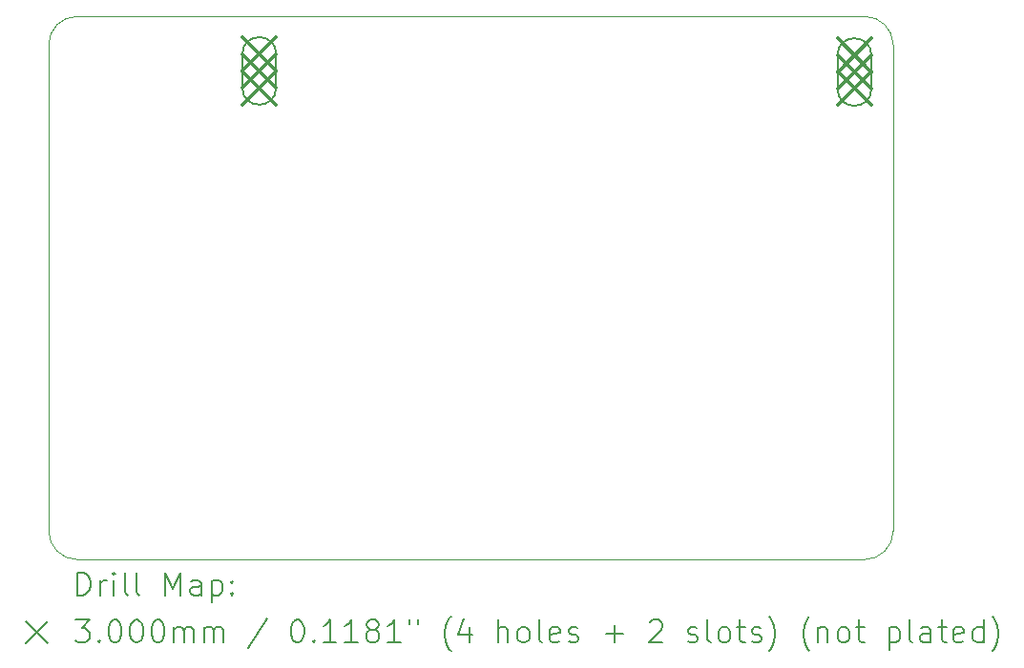
<source format=gbr>
%TF.GenerationSoftware,KiCad,Pcbnew,7.0.8*%
%TF.CreationDate,2023-10-25T20:50:11+02:00*%
%TF.ProjectId,SCART_syncSplitter,53434152-545f-4737-996e-6353706c6974,rev?*%
%TF.SameCoordinates,Original*%
%TF.FileFunction,Drillmap*%
%TF.FilePolarity,Positive*%
%FSLAX45Y45*%
G04 Gerber Fmt 4.5, Leading zero omitted, Abs format (unit mm)*
G04 Created by KiCad (PCBNEW 7.0.8) date 2023-10-25 20:50:11*
%MOMM*%
%LPD*%
G01*
G04 APERTURE LIST*
%ADD10C,0.100000*%
%ADD11C,0.200000*%
%ADD12C,0.300000*%
G04 APERTURE END LIST*
D10*
X12446000Y-2159000D02*
G75*
G03*
X12192000Y-1905000I-254000J0D01*
G01*
X12192000Y-6731000D02*
G75*
G03*
X12446000Y-6477000I0J254000D01*
G01*
X5207000Y-6731000D02*
X12192000Y-6731000D01*
X4953000Y-6477000D02*
G75*
G03*
X5207000Y-6731000I254000J0D01*
G01*
X12192000Y-1905000D02*
X5207000Y-1905000D01*
X12446000Y-6477000D02*
X12446000Y-2159000D01*
X4953000Y-2159000D02*
X4953000Y-6477000D01*
X5207000Y-1905000D02*
G75*
G03*
X4953000Y-2159000I0J-254000D01*
G01*
D11*
D12*
X6671500Y-2090000D02*
X6971500Y-2390000D01*
X6971500Y-2090000D02*
X6671500Y-2390000D01*
X6671500Y-2240000D02*
X6971500Y-2540000D01*
X6971500Y-2240000D02*
X6671500Y-2540000D01*
D11*
X6671500Y-2240000D02*
X6671500Y-2540000D01*
X6671500Y-2540000D02*
G75*
G03*
X6971500Y-2540000I150000J0D01*
G01*
X6971500Y-2540000D02*
X6971500Y-2240000D01*
X6971500Y-2240000D02*
G75*
G03*
X6671500Y-2240000I-150000J0D01*
G01*
D12*
X6671500Y-2395000D02*
X6971500Y-2695000D01*
X6971500Y-2395000D02*
X6671500Y-2695000D01*
X11951500Y-2100000D02*
X12251500Y-2400000D01*
X12251500Y-2100000D02*
X11951500Y-2400000D01*
X11951500Y-2250000D02*
X12251500Y-2550000D01*
X12251500Y-2250000D02*
X11951500Y-2550000D01*
D11*
X11951500Y-2250000D02*
X11951500Y-2550000D01*
X11951500Y-2550000D02*
G75*
G03*
X12251500Y-2550000I150000J0D01*
G01*
X12251500Y-2550000D02*
X12251500Y-2250000D01*
X12251500Y-2250000D02*
G75*
G03*
X11951500Y-2250000I-150000J0D01*
G01*
D12*
X11951500Y-2395000D02*
X12251500Y-2695000D01*
X12251500Y-2395000D02*
X11951500Y-2695000D01*
D11*
X5208777Y-7047484D02*
X5208777Y-6847484D01*
X5208777Y-6847484D02*
X5256396Y-6847484D01*
X5256396Y-6847484D02*
X5284967Y-6857008D01*
X5284967Y-6857008D02*
X5304015Y-6876055D01*
X5304015Y-6876055D02*
X5313539Y-6895103D01*
X5313539Y-6895103D02*
X5323063Y-6933198D01*
X5323063Y-6933198D02*
X5323063Y-6961769D01*
X5323063Y-6961769D02*
X5313539Y-6999865D01*
X5313539Y-6999865D02*
X5304015Y-7018912D01*
X5304015Y-7018912D02*
X5284967Y-7037960D01*
X5284967Y-7037960D02*
X5256396Y-7047484D01*
X5256396Y-7047484D02*
X5208777Y-7047484D01*
X5408777Y-7047484D02*
X5408777Y-6914150D01*
X5408777Y-6952246D02*
X5418301Y-6933198D01*
X5418301Y-6933198D02*
X5427824Y-6923674D01*
X5427824Y-6923674D02*
X5446872Y-6914150D01*
X5446872Y-6914150D02*
X5465920Y-6914150D01*
X5532586Y-7047484D02*
X5532586Y-6914150D01*
X5532586Y-6847484D02*
X5523063Y-6857008D01*
X5523063Y-6857008D02*
X5532586Y-6866531D01*
X5532586Y-6866531D02*
X5542110Y-6857008D01*
X5542110Y-6857008D02*
X5532586Y-6847484D01*
X5532586Y-6847484D02*
X5532586Y-6866531D01*
X5656396Y-7047484D02*
X5637348Y-7037960D01*
X5637348Y-7037960D02*
X5627824Y-7018912D01*
X5627824Y-7018912D02*
X5627824Y-6847484D01*
X5761158Y-7047484D02*
X5742110Y-7037960D01*
X5742110Y-7037960D02*
X5732586Y-7018912D01*
X5732586Y-7018912D02*
X5732586Y-6847484D01*
X5989729Y-7047484D02*
X5989729Y-6847484D01*
X5989729Y-6847484D02*
X6056396Y-6990341D01*
X6056396Y-6990341D02*
X6123062Y-6847484D01*
X6123062Y-6847484D02*
X6123062Y-7047484D01*
X6304015Y-7047484D02*
X6304015Y-6942722D01*
X6304015Y-6942722D02*
X6294491Y-6923674D01*
X6294491Y-6923674D02*
X6275443Y-6914150D01*
X6275443Y-6914150D02*
X6237348Y-6914150D01*
X6237348Y-6914150D02*
X6218301Y-6923674D01*
X6304015Y-7037960D02*
X6284967Y-7047484D01*
X6284967Y-7047484D02*
X6237348Y-7047484D01*
X6237348Y-7047484D02*
X6218301Y-7037960D01*
X6218301Y-7037960D02*
X6208777Y-7018912D01*
X6208777Y-7018912D02*
X6208777Y-6999865D01*
X6208777Y-6999865D02*
X6218301Y-6980817D01*
X6218301Y-6980817D02*
X6237348Y-6971293D01*
X6237348Y-6971293D02*
X6284967Y-6971293D01*
X6284967Y-6971293D02*
X6304015Y-6961769D01*
X6399253Y-6914150D02*
X6399253Y-7114150D01*
X6399253Y-6923674D02*
X6418301Y-6914150D01*
X6418301Y-6914150D02*
X6456396Y-6914150D01*
X6456396Y-6914150D02*
X6475443Y-6923674D01*
X6475443Y-6923674D02*
X6484967Y-6933198D01*
X6484967Y-6933198D02*
X6494491Y-6952246D01*
X6494491Y-6952246D02*
X6494491Y-7009388D01*
X6494491Y-7009388D02*
X6484967Y-7028436D01*
X6484967Y-7028436D02*
X6475443Y-7037960D01*
X6475443Y-7037960D02*
X6456396Y-7047484D01*
X6456396Y-7047484D02*
X6418301Y-7047484D01*
X6418301Y-7047484D02*
X6399253Y-7037960D01*
X6580205Y-7028436D02*
X6589729Y-7037960D01*
X6589729Y-7037960D02*
X6580205Y-7047484D01*
X6580205Y-7047484D02*
X6570682Y-7037960D01*
X6570682Y-7037960D02*
X6580205Y-7028436D01*
X6580205Y-7028436D02*
X6580205Y-7047484D01*
X6580205Y-6923674D02*
X6589729Y-6933198D01*
X6589729Y-6933198D02*
X6580205Y-6942722D01*
X6580205Y-6942722D02*
X6570682Y-6933198D01*
X6570682Y-6933198D02*
X6580205Y-6923674D01*
X6580205Y-6923674D02*
X6580205Y-6942722D01*
X4748000Y-7276000D02*
X4948000Y-7476000D01*
X4948000Y-7276000D02*
X4748000Y-7476000D01*
X5189729Y-7267484D02*
X5313539Y-7267484D01*
X5313539Y-7267484D02*
X5246872Y-7343674D01*
X5246872Y-7343674D02*
X5275444Y-7343674D01*
X5275444Y-7343674D02*
X5294491Y-7353198D01*
X5294491Y-7353198D02*
X5304015Y-7362722D01*
X5304015Y-7362722D02*
X5313539Y-7381769D01*
X5313539Y-7381769D02*
X5313539Y-7429388D01*
X5313539Y-7429388D02*
X5304015Y-7448436D01*
X5304015Y-7448436D02*
X5294491Y-7457960D01*
X5294491Y-7457960D02*
X5275444Y-7467484D01*
X5275444Y-7467484D02*
X5218301Y-7467484D01*
X5218301Y-7467484D02*
X5199253Y-7457960D01*
X5199253Y-7457960D02*
X5189729Y-7448436D01*
X5399253Y-7448436D02*
X5408777Y-7457960D01*
X5408777Y-7457960D02*
X5399253Y-7467484D01*
X5399253Y-7467484D02*
X5389729Y-7457960D01*
X5389729Y-7457960D02*
X5399253Y-7448436D01*
X5399253Y-7448436D02*
X5399253Y-7467484D01*
X5532586Y-7267484D02*
X5551634Y-7267484D01*
X5551634Y-7267484D02*
X5570682Y-7277008D01*
X5570682Y-7277008D02*
X5580205Y-7286531D01*
X5580205Y-7286531D02*
X5589729Y-7305579D01*
X5589729Y-7305579D02*
X5599253Y-7343674D01*
X5599253Y-7343674D02*
X5599253Y-7391293D01*
X5599253Y-7391293D02*
X5589729Y-7429388D01*
X5589729Y-7429388D02*
X5580205Y-7448436D01*
X5580205Y-7448436D02*
X5570682Y-7457960D01*
X5570682Y-7457960D02*
X5551634Y-7467484D01*
X5551634Y-7467484D02*
X5532586Y-7467484D01*
X5532586Y-7467484D02*
X5513539Y-7457960D01*
X5513539Y-7457960D02*
X5504015Y-7448436D01*
X5504015Y-7448436D02*
X5494491Y-7429388D01*
X5494491Y-7429388D02*
X5484967Y-7391293D01*
X5484967Y-7391293D02*
X5484967Y-7343674D01*
X5484967Y-7343674D02*
X5494491Y-7305579D01*
X5494491Y-7305579D02*
X5504015Y-7286531D01*
X5504015Y-7286531D02*
X5513539Y-7277008D01*
X5513539Y-7277008D02*
X5532586Y-7267484D01*
X5723062Y-7267484D02*
X5742110Y-7267484D01*
X5742110Y-7267484D02*
X5761158Y-7277008D01*
X5761158Y-7277008D02*
X5770682Y-7286531D01*
X5770682Y-7286531D02*
X5780205Y-7305579D01*
X5780205Y-7305579D02*
X5789729Y-7343674D01*
X5789729Y-7343674D02*
X5789729Y-7391293D01*
X5789729Y-7391293D02*
X5780205Y-7429388D01*
X5780205Y-7429388D02*
X5770682Y-7448436D01*
X5770682Y-7448436D02*
X5761158Y-7457960D01*
X5761158Y-7457960D02*
X5742110Y-7467484D01*
X5742110Y-7467484D02*
X5723062Y-7467484D01*
X5723062Y-7467484D02*
X5704015Y-7457960D01*
X5704015Y-7457960D02*
X5694491Y-7448436D01*
X5694491Y-7448436D02*
X5684967Y-7429388D01*
X5684967Y-7429388D02*
X5675443Y-7391293D01*
X5675443Y-7391293D02*
X5675443Y-7343674D01*
X5675443Y-7343674D02*
X5684967Y-7305579D01*
X5684967Y-7305579D02*
X5694491Y-7286531D01*
X5694491Y-7286531D02*
X5704015Y-7277008D01*
X5704015Y-7277008D02*
X5723062Y-7267484D01*
X5913539Y-7267484D02*
X5932586Y-7267484D01*
X5932586Y-7267484D02*
X5951634Y-7277008D01*
X5951634Y-7277008D02*
X5961158Y-7286531D01*
X5961158Y-7286531D02*
X5970682Y-7305579D01*
X5970682Y-7305579D02*
X5980205Y-7343674D01*
X5980205Y-7343674D02*
X5980205Y-7391293D01*
X5980205Y-7391293D02*
X5970682Y-7429388D01*
X5970682Y-7429388D02*
X5961158Y-7448436D01*
X5961158Y-7448436D02*
X5951634Y-7457960D01*
X5951634Y-7457960D02*
X5932586Y-7467484D01*
X5932586Y-7467484D02*
X5913539Y-7467484D01*
X5913539Y-7467484D02*
X5894491Y-7457960D01*
X5894491Y-7457960D02*
X5884967Y-7448436D01*
X5884967Y-7448436D02*
X5875443Y-7429388D01*
X5875443Y-7429388D02*
X5865920Y-7391293D01*
X5865920Y-7391293D02*
X5865920Y-7343674D01*
X5865920Y-7343674D02*
X5875443Y-7305579D01*
X5875443Y-7305579D02*
X5884967Y-7286531D01*
X5884967Y-7286531D02*
X5894491Y-7277008D01*
X5894491Y-7277008D02*
X5913539Y-7267484D01*
X6065920Y-7467484D02*
X6065920Y-7334150D01*
X6065920Y-7353198D02*
X6075443Y-7343674D01*
X6075443Y-7343674D02*
X6094491Y-7334150D01*
X6094491Y-7334150D02*
X6123063Y-7334150D01*
X6123063Y-7334150D02*
X6142110Y-7343674D01*
X6142110Y-7343674D02*
X6151634Y-7362722D01*
X6151634Y-7362722D02*
X6151634Y-7467484D01*
X6151634Y-7362722D02*
X6161158Y-7343674D01*
X6161158Y-7343674D02*
X6180205Y-7334150D01*
X6180205Y-7334150D02*
X6208777Y-7334150D01*
X6208777Y-7334150D02*
X6227824Y-7343674D01*
X6227824Y-7343674D02*
X6237348Y-7362722D01*
X6237348Y-7362722D02*
X6237348Y-7467484D01*
X6332586Y-7467484D02*
X6332586Y-7334150D01*
X6332586Y-7353198D02*
X6342110Y-7343674D01*
X6342110Y-7343674D02*
X6361158Y-7334150D01*
X6361158Y-7334150D02*
X6389729Y-7334150D01*
X6389729Y-7334150D02*
X6408777Y-7343674D01*
X6408777Y-7343674D02*
X6418301Y-7362722D01*
X6418301Y-7362722D02*
X6418301Y-7467484D01*
X6418301Y-7362722D02*
X6427824Y-7343674D01*
X6427824Y-7343674D02*
X6446872Y-7334150D01*
X6446872Y-7334150D02*
X6475443Y-7334150D01*
X6475443Y-7334150D02*
X6494491Y-7343674D01*
X6494491Y-7343674D02*
X6504015Y-7362722D01*
X6504015Y-7362722D02*
X6504015Y-7467484D01*
X6894491Y-7257960D02*
X6723063Y-7515103D01*
X7151634Y-7267484D02*
X7170682Y-7267484D01*
X7170682Y-7267484D02*
X7189729Y-7277008D01*
X7189729Y-7277008D02*
X7199253Y-7286531D01*
X7199253Y-7286531D02*
X7208777Y-7305579D01*
X7208777Y-7305579D02*
X7218301Y-7343674D01*
X7218301Y-7343674D02*
X7218301Y-7391293D01*
X7218301Y-7391293D02*
X7208777Y-7429388D01*
X7208777Y-7429388D02*
X7199253Y-7448436D01*
X7199253Y-7448436D02*
X7189729Y-7457960D01*
X7189729Y-7457960D02*
X7170682Y-7467484D01*
X7170682Y-7467484D02*
X7151634Y-7467484D01*
X7151634Y-7467484D02*
X7132586Y-7457960D01*
X7132586Y-7457960D02*
X7123063Y-7448436D01*
X7123063Y-7448436D02*
X7113539Y-7429388D01*
X7113539Y-7429388D02*
X7104015Y-7391293D01*
X7104015Y-7391293D02*
X7104015Y-7343674D01*
X7104015Y-7343674D02*
X7113539Y-7305579D01*
X7113539Y-7305579D02*
X7123063Y-7286531D01*
X7123063Y-7286531D02*
X7132586Y-7277008D01*
X7132586Y-7277008D02*
X7151634Y-7267484D01*
X7304015Y-7448436D02*
X7313539Y-7457960D01*
X7313539Y-7457960D02*
X7304015Y-7467484D01*
X7304015Y-7467484D02*
X7294491Y-7457960D01*
X7294491Y-7457960D02*
X7304015Y-7448436D01*
X7304015Y-7448436D02*
X7304015Y-7467484D01*
X7504015Y-7467484D02*
X7389729Y-7467484D01*
X7446872Y-7467484D02*
X7446872Y-7267484D01*
X7446872Y-7267484D02*
X7427825Y-7296055D01*
X7427825Y-7296055D02*
X7408777Y-7315103D01*
X7408777Y-7315103D02*
X7389729Y-7324627D01*
X7694491Y-7467484D02*
X7580206Y-7467484D01*
X7637348Y-7467484D02*
X7637348Y-7267484D01*
X7637348Y-7267484D02*
X7618301Y-7296055D01*
X7618301Y-7296055D02*
X7599253Y-7315103D01*
X7599253Y-7315103D02*
X7580206Y-7324627D01*
X7808777Y-7353198D02*
X7789729Y-7343674D01*
X7789729Y-7343674D02*
X7780206Y-7334150D01*
X7780206Y-7334150D02*
X7770682Y-7315103D01*
X7770682Y-7315103D02*
X7770682Y-7305579D01*
X7770682Y-7305579D02*
X7780206Y-7286531D01*
X7780206Y-7286531D02*
X7789729Y-7277008D01*
X7789729Y-7277008D02*
X7808777Y-7267484D01*
X7808777Y-7267484D02*
X7846872Y-7267484D01*
X7846872Y-7267484D02*
X7865920Y-7277008D01*
X7865920Y-7277008D02*
X7875444Y-7286531D01*
X7875444Y-7286531D02*
X7884967Y-7305579D01*
X7884967Y-7305579D02*
X7884967Y-7315103D01*
X7884967Y-7315103D02*
X7875444Y-7334150D01*
X7875444Y-7334150D02*
X7865920Y-7343674D01*
X7865920Y-7343674D02*
X7846872Y-7353198D01*
X7846872Y-7353198D02*
X7808777Y-7353198D01*
X7808777Y-7353198D02*
X7789729Y-7362722D01*
X7789729Y-7362722D02*
X7780206Y-7372246D01*
X7780206Y-7372246D02*
X7770682Y-7391293D01*
X7770682Y-7391293D02*
X7770682Y-7429388D01*
X7770682Y-7429388D02*
X7780206Y-7448436D01*
X7780206Y-7448436D02*
X7789729Y-7457960D01*
X7789729Y-7457960D02*
X7808777Y-7467484D01*
X7808777Y-7467484D02*
X7846872Y-7467484D01*
X7846872Y-7467484D02*
X7865920Y-7457960D01*
X7865920Y-7457960D02*
X7875444Y-7448436D01*
X7875444Y-7448436D02*
X7884967Y-7429388D01*
X7884967Y-7429388D02*
X7884967Y-7391293D01*
X7884967Y-7391293D02*
X7875444Y-7372246D01*
X7875444Y-7372246D02*
X7865920Y-7362722D01*
X7865920Y-7362722D02*
X7846872Y-7353198D01*
X8075444Y-7467484D02*
X7961158Y-7467484D01*
X8018301Y-7467484D02*
X8018301Y-7267484D01*
X8018301Y-7267484D02*
X7999253Y-7296055D01*
X7999253Y-7296055D02*
X7980206Y-7315103D01*
X7980206Y-7315103D02*
X7961158Y-7324627D01*
X8151634Y-7267484D02*
X8151634Y-7305579D01*
X8227825Y-7267484D02*
X8227825Y-7305579D01*
X8523063Y-7543674D02*
X8513539Y-7534150D01*
X8513539Y-7534150D02*
X8494491Y-7505579D01*
X8494491Y-7505579D02*
X8484968Y-7486531D01*
X8484968Y-7486531D02*
X8475444Y-7457960D01*
X8475444Y-7457960D02*
X8465920Y-7410341D01*
X8465920Y-7410341D02*
X8465920Y-7372246D01*
X8465920Y-7372246D02*
X8475444Y-7324627D01*
X8475444Y-7324627D02*
X8484968Y-7296055D01*
X8484968Y-7296055D02*
X8494491Y-7277008D01*
X8494491Y-7277008D02*
X8513539Y-7248436D01*
X8513539Y-7248436D02*
X8523063Y-7238912D01*
X8684968Y-7334150D02*
X8684968Y-7467484D01*
X8637349Y-7257960D02*
X8589730Y-7400817D01*
X8589730Y-7400817D02*
X8713539Y-7400817D01*
X8942111Y-7467484D02*
X8942111Y-7267484D01*
X9027825Y-7467484D02*
X9027825Y-7362722D01*
X9027825Y-7362722D02*
X9018301Y-7343674D01*
X9018301Y-7343674D02*
X8999253Y-7334150D01*
X8999253Y-7334150D02*
X8970682Y-7334150D01*
X8970682Y-7334150D02*
X8951634Y-7343674D01*
X8951634Y-7343674D02*
X8942111Y-7353198D01*
X9151634Y-7467484D02*
X9132587Y-7457960D01*
X9132587Y-7457960D02*
X9123063Y-7448436D01*
X9123063Y-7448436D02*
X9113539Y-7429388D01*
X9113539Y-7429388D02*
X9113539Y-7372246D01*
X9113539Y-7372246D02*
X9123063Y-7353198D01*
X9123063Y-7353198D02*
X9132587Y-7343674D01*
X9132587Y-7343674D02*
X9151634Y-7334150D01*
X9151634Y-7334150D02*
X9180206Y-7334150D01*
X9180206Y-7334150D02*
X9199253Y-7343674D01*
X9199253Y-7343674D02*
X9208777Y-7353198D01*
X9208777Y-7353198D02*
X9218301Y-7372246D01*
X9218301Y-7372246D02*
X9218301Y-7429388D01*
X9218301Y-7429388D02*
X9208777Y-7448436D01*
X9208777Y-7448436D02*
X9199253Y-7457960D01*
X9199253Y-7457960D02*
X9180206Y-7467484D01*
X9180206Y-7467484D02*
X9151634Y-7467484D01*
X9332587Y-7467484D02*
X9313539Y-7457960D01*
X9313539Y-7457960D02*
X9304015Y-7438912D01*
X9304015Y-7438912D02*
X9304015Y-7267484D01*
X9484968Y-7457960D02*
X9465920Y-7467484D01*
X9465920Y-7467484D02*
X9427825Y-7467484D01*
X9427825Y-7467484D02*
X9408777Y-7457960D01*
X9408777Y-7457960D02*
X9399253Y-7438912D01*
X9399253Y-7438912D02*
X9399253Y-7362722D01*
X9399253Y-7362722D02*
X9408777Y-7343674D01*
X9408777Y-7343674D02*
X9427825Y-7334150D01*
X9427825Y-7334150D02*
X9465920Y-7334150D01*
X9465920Y-7334150D02*
X9484968Y-7343674D01*
X9484968Y-7343674D02*
X9494492Y-7362722D01*
X9494492Y-7362722D02*
X9494492Y-7381769D01*
X9494492Y-7381769D02*
X9399253Y-7400817D01*
X9570682Y-7457960D02*
X9589730Y-7467484D01*
X9589730Y-7467484D02*
X9627825Y-7467484D01*
X9627825Y-7467484D02*
X9646873Y-7457960D01*
X9646873Y-7457960D02*
X9656396Y-7438912D01*
X9656396Y-7438912D02*
X9656396Y-7429388D01*
X9656396Y-7429388D02*
X9646873Y-7410341D01*
X9646873Y-7410341D02*
X9627825Y-7400817D01*
X9627825Y-7400817D02*
X9599253Y-7400817D01*
X9599253Y-7400817D02*
X9580206Y-7391293D01*
X9580206Y-7391293D02*
X9570682Y-7372246D01*
X9570682Y-7372246D02*
X9570682Y-7362722D01*
X9570682Y-7362722D02*
X9580206Y-7343674D01*
X9580206Y-7343674D02*
X9599253Y-7334150D01*
X9599253Y-7334150D02*
X9627825Y-7334150D01*
X9627825Y-7334150D02*
X9646873Y-7343674D01*
X9894492Y-7391293D02*
X10046873Y-7391293D01*
X9970682Y-7467484D02*
X9970682Y-7315103D01*
X10284968Y-7286531D02*
X10294492Y-7277008D01*
X10294492Y-7277008D02*
X10313539Y-7267484D01*
X10313539Y-7267484D02*
X10361158Y-7267484D01*
X10361158Y-7267484D02*
X10380206Y-7277008D01*
X10380206Y-7277008D02*
X10389730Y-7286531D01*
X10389730Y-7286531D02*
X10399254Y-7305579D01*
X10399254Y-7305579D02*
X10399254Y-7324627D01*
X10399254Y-7324627D02*
X10389730Y-7353198D01*
X10389730Y-7353198D02*
X10275444Y-7467484D01*
X10275444Y-7467484D02*
X10399254Y-7467484D01*
X10627825Y-7457960D02*
X10646873Y-7467484D01*
X10646873Y-7467484D02*
X10684968Y-7467484D01*
X10684968Y-7467484D02*
X10704016Y-7457960D01*
X10704016Y-7457960D02*
X10713539Y-7438912D01*
X10713539Y-7438912D02*
X10713539Y-7429388D01*
X10713539Y-7429388D02*
X10704016Y-7410341D01*
X10704016Y-7410341D02*
X10684968Y-7400817D01*
X10684968Y-7400817D02*
X10656396Y-7400817D01*
X10656396Y-7400817D02*
X10637349Y-7391293D01*
X10637349Y-7391293D02*
X10627825Y-7372246D01*
X10627825Y-7372246D02*
X10627825Y-7362722D01*
X10627825Y-7362722D02*
X10637349Y-7343674D01*
X10637349Y-7343674D02*
X10656396Y-7334150D01*
X10656396Y-7334150D02*
X10684968Y-7334150D01*
X10684968Y-7334150D02*
X10704016Y-7343674D01*
X10827825Y-7467484D02*
X10808777Y-7457960D01*
X10808777Y-7457960D02*
X10799254Y-7438912D01*
X10799254Y-7438912D02*
X10799254Y-7267484D01*
X10932587Y-7467484D02*
X10913539Y-7457960D01*
X10913539Y-7457960D02*
X10904016Y-7448436D01*
X10904016Y-7448436D02*
X10894492Y-7429388D01*
X10894492Y-7429388D02*
X10894492Y-7372246D01*
X10894492Y-7372246D02*
X10904016Y-7353198D01*
X10904016Y-7353198D02*
X10913539Y-7343674D01*
X10913539Y-7343674D02*
X10932587Y-7334150D01*
X10932587Y-7334150D02*
X10961158Y-7334150D01*
X10961158Y-7334150D02*
X10980206Y-7343674D01*
X10980206Y-7343674D02*
X10989730Y-7353198D01*
X10989730Y-7353198D02*
X10999254Y-7372246D01*
X10999254Y-7372246D02*
X10999254Y-7429388D01*
X10999254Y-7429388D02*
X10989730Y-7448436D01*
X10989730Y-7448436D02*
X10980206Y-7457960D01*
X10980206Y-7457960D02*
X10961158Y-7467484D01*
X10961158Y-7467484D02*
X10932587Y-7467484D01*
X11056397Y-7334150D02*
X11132587Y-7334150D01*
X11084968Y-7267484D02*
X11084968Y-7438912D01*
X11084968Y-7438912D02*
X11094492Y-7457960D01*
X11094492Y-7457960D02*
X11113539Y-7467484D01*
X11113539Y-7467484D02*
X11132587Y-7467484D01*
X11189730Y-7457960D02*
X11208777Y-7467484D01*
X11208777Y-7467484D02*
X11246873Y-7467484D01*
X11246873Y-7467484D02*
X11265920Y-7457960D01*
X11265920Y-7457960D02*
X11275444Y-7438912D01*
X11275444Y-7438912D02*
X11275444Y-7429388D01*
X11275444Y-7429388D02*
X11265920Y-7410341D01*
X11265920Y-7410341D02*
X11246873Y-7400817D01*
X11246873Y-7400817D02*
X11218301Y-7400817D01*
X11218301Y-7400817D02*
X11199254Y-7391293D01*
X11199254Y-7391293D02*
X11189730Y-7372246D01*
X11189730Y-7372246D02*
X11189730Y-7362722D01*
X11189730Y-7362722D02*
X11199254Y-7343674D01*
X11199254Y-7343674D02*
X11218301Y-7334150D01*
X11218301Y-7334150D02*
X11246873Y-7334150D01*
X11246873Y-7334150D02*
X11265920Y-7343674D01*
X11342111Y-7543674D02*
X11351635Y-7534150D01*
X11351635Y-7534150D02*
X11370682Y-7505579D01*
X11370682Y-7505579D02*
X11380206Y-7486531D01*
X11380206Y-7486531D02*
X11389730Y-7457960D01*
X11389730Y-7457960D02*
X11399254Y-7410341D01*
X11399254Y-7410341D02*
X11399254Y-7372246D01*
X11399254Y-7372246D02*
X11389730Y-7324627D01*
X11389730Y-7324627D02*
X11380206Y-7296055D01*
X11380206Y-7296055D02*
X11370682Y-7277008D01*
X11370682Y-7277008D02*
X11351635Y-7248436D01*
X11351635Y-7248436D02*
X11342111Y-7238912D01*
X11704016Y-7543674D02*
X11694492Y-7534150D01*
X11694492Y-7534150D02*
X11675444Y-7505579D01*
X11675444Y-7505579D02*
X11665920Y-7486531D01*
X11665920Y-7486531D02*
X11656396Y-7457960D01*
X11656396Y-7457960D02*
X11646873Y-7410341D01*
X11646873Y-7410341D02*
X11646873Y-7372246D01*
X11646873Y-7372246D02*
X11656396Y-7324627D01*
X11656396Y-7324627D02*
X11665920Y-7296055D01*
X11665920Y-7296055D02*
X11675444Y-7277008D01*
X11675444Y-7277008D02*
X11694492Y-7248436D01*
X11694492Y-7248436D02*
X11704016Y-7238912D01*
X11780206Y-7334150D02*
X11780206Y-7467484D01*
X11780206Y-7353198D02*
X11789730Y-7343674D01*
X11789730Y-7343674D02*
X11808777Y-7334150D01*
X11808777Y-7334150D02*
X11837349Y-7334150D01*
X11837349Y-7334150D02*
X11856396Y-7343674D01*
X11856396Y-7343674D02*
X11865920Y-7362722D01*
X11865920Y-7362722D02*
X11865920Y-7467484D01*
X11989730Y-7467484D02*
X11970682Y-7457960D01*
X11970682Y-7457960D02*
X11961158Y-7448436D01*
X11961158Y-7448436D02*
X11951635Y-7429388D01*
X11951635Y-7429388D02*
X11951635Y-7372246D01*
X11951635Y-7372246D02*
X11961158Y-7353198D01*
X11961158Y-7353198D02*
X11970682Y-7343674D01*
X11970682Y-7343674D02*
X11989730Y-7334150D01*
X11989730Y-7334150D02*
X12018301Y-7334150D01*
X12018301Y-7334150D02*
X12037349Y-7343674D01*
X12037349Y-7343674D02*
X12046873Y-7353198D01*
X12046873Y-7353198D02*
X12056396Y-7372246D01*
X12056396Y-7372246D02*
X12056396Y-7429388D01*
X12056396Y-7429388D02*
X12046873Y-7448436D01*
X12046873Y-7448436D02*
X12037349Y-7457960D01*
X12037349Y-7457960D02*
X12018301Y-7467484D01*
X12018301Y-7467484D02*
X11989730Y-7467484D01*
X12113539Y-7334150D02*
X12189730Y-7334150D01*
X12142111Y-7267484D02*
X12142111Y-7438912D01*
X12142111Y-7438912D02*
X12151635Y-7457960D01*
X12151635Y-7457960D02*
X12170682Y-7467484D01*
X12170682Y-7467484D02*
X12189730Y-7467484D01*
X12408777Y-7334150D02*
X12408777Y-7534150D01*
X12408777Y-7343674D02*
X12427825Y-7334150D01*
X12427825Y-7334150D02*
X12465920Y-7334150D01*
X12465920Y-7334150D02*
X12484968Y-7343674D01*
X12484968Y-7343674D02*
X12494492Y-7353198D01*
X12494492Y-7353198D02*
X12504016Y-7372246D01*
X12504016Y-7372246D02*
X12504016Y-7429388D01*
X12504016Y-7429388D02*
X12494492Y-7448436D01*
X12494492Y-7448436D02*
X12484968Y-7457960D01*
X12484968Y-7457960D02*
X12465920Y-7467484D01*
X12465920Y-7467484D02*
X12427825Y-7467484D01*
X12427825Y-7467484D02*
X12408777Y-7457960D01*
X12618301Y-7467484D02*
X12599254Y-7457960D01*
X12599254Y-7457960D02*
X12589730Y-7438912D01*
X12589730Y-7438912D02*
X12589730Y-7267484D01*
X12780206Y-7467484D02*
X12780206Y-7362722D01*
X12780206Y-7362722D02*
X12770682Y-7343674D01*
X12770682Y-7343674D02*
X12751635Y-7334150D01*
X12751635Y-7334150D02*
X12713539Y-7334150D01*
X12713539Y-7334150D02*
X12694492Y-7343674D01*
X12780206Y-7457960D02*
X12761158Y-7467484D01*
X12761158Y-7467484D02*
X12713539Y-7467484D01*
X12713539Y-7467484D02*
X12694492Y-7457960D01*
X12694492Y-7457960D02*
X12684968Y-7438912D01*
X12684968Y-7438912D02*
X12684968Y-7419865D01*
X12684968Y-7419865D02*
X12694492Y-7400817D01*
X12694492Y-7400817D02*
X12713539Y-7391293D01*
X12713539Y-7391293D02*
X12761158Y-7391293D01*
X12761158Y-7391293D02*
X12780206Y-7381769D01*
X12846873Y-7334150D02*
X12923063Y-7334150D01*
X12875444Y-7267484D02*
X12875444Y-7438912D01*
X12875444Y-7438912D02*
X12884968Y-7457960D01*
X12884968Y-7457960D02*
X12904016Y-7467484D01*
X12904016Y-7467484D02*
X12923063Y-7467484D01*
X13065920Y-7457960D02*
X13046873Y-7467484D01*
X13046873Y-7467484D02*
X13008777Y-7467484D01*
X13008777Y-7467484D02*
X12989730Y-7457960D01*
X12989730Y-7457960D02*
X12980206Y-7438912D01*
X12980206Y-7438912D02*
X12980206Y-7362722D01*
X12980206Y-7362722D02*
X12989730Y-7343674D01*
X12989730Y-7343674D02*
X13008777Y-7334150D01*
X13008777Y-7334150D02*
X13046873Y-7334150D01*
X13046873Y-7334150D02*
X13065920Y-7343674D01*
X13065920Y-7343674D02*
X13075444Y-7362722D01*
X13075444Y-7362722D02*
X13075444Y-7381769D01*
X13075444Y-7381769D02*
X12980206Y-7400817D01*
X13246873Y-7467484D02*
X13246873Y-7267484D01*
X13246873Y-7457960D02*
X13227825Y-7467484D01*
X13227825Y-7467484D02*
X13189730Y-7467484D01*
X13189730Y-7467484D02*
X13170682Y-7457960D01*
X13170682Y-7457960D02*
X13161158Y-7448436D01*
X13161158Y-7448436D02*
X13151635Y-7429388D01*
X13151635Y-7429388D02*
X13151635Y-7372246D01*
X13151635Y-7372246D02*
X13161158Y-7353198D01*
X13161158Y-7353198D02*
X13170682Y-7343674D01*
X13170682Y-7343674D02*
X13189730Y-7334150D01*
X13189730Y-7334150D02*
X13227825Y-7334150D01*
X13227825Y-7334150D02*
X13246873Y-7343674D01*
X13323063Y-7543674D02*
X13332587Y-7534150D01*
X13332587Y-7534150D02*
X13351635Y-7505579D01*
X13351635Y-7505579D02*
X13361158Y-7486531D01*
X13361158Y-7486531D02*
X13370682Y-7457960D01*
X13370682Y-7457960D02*
X13380206Y-7410341D01*
X13380206Y-7410341D02*
X13380206Y-7372246D01*
X13380206Y-7372246D02*
X13370682Y-7324627D01*
X13370682Y-7324627D02*
X13361158Y-7296055D01*
X13361158Y-7296055D02*
X13351635Y-7277008D01*
X13351635Y-7277008D02*
X13332587Y-7248436D01*
X13332587Y-7248436D02*
X13323063Y-7238912D01*
M02*

</source>
